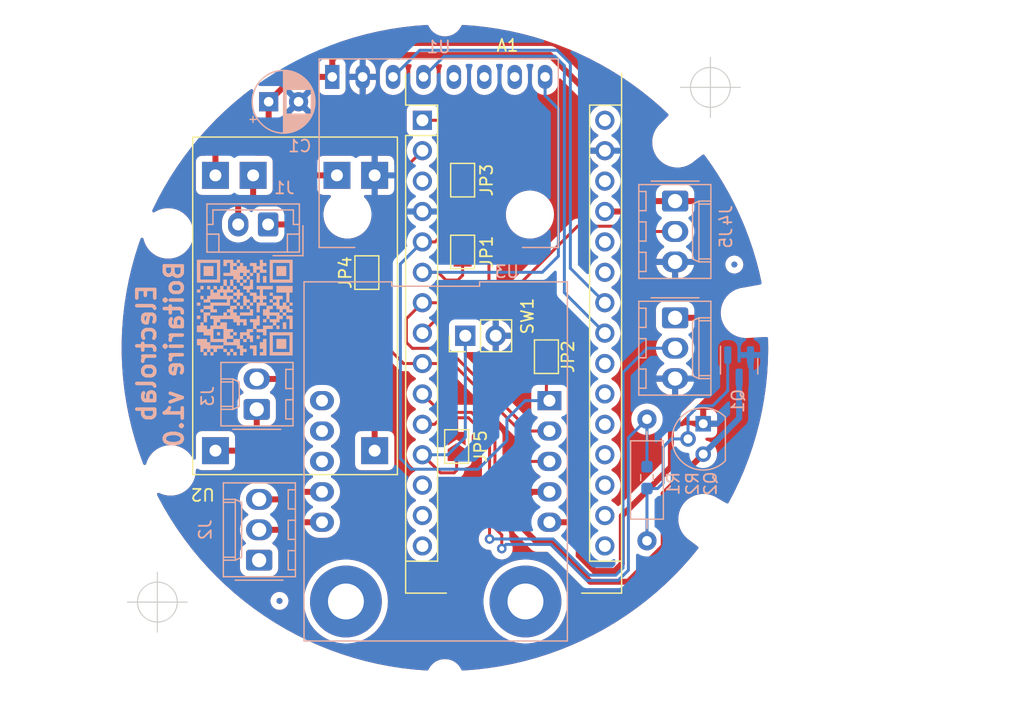
<source format=kicad_pcb>
(kicad_pcb (version 20210606) (generator pcbnew)

  (general
    (thickness 1.6)
  )

  (paper "A4")
  (layers
    (0 "F.Cu" signal)
    (31 "B.Cu" signal)
    (32 "B.Adhes" user "B.Adhesive")
    (33 "F.Adhes" user "F.Adhesive")
    (34 "B.Paste" user)
    (35 "F.Paste" user)
    (36 "B.SilkS" user "B.Silkscreen")
    (37 "F.SilkS" user "F.Silkscreen")
    (38 "B.Mask" user)
    (39 "F.Mask" user)
    (40 "Dwgs.User" user "User.Drawings")
    (41 "Cmts.User" user "User.Comments")
    (42 "Eco1.User" user "User.Eco1")
    (43 "Eco2.User" user "User.Eco2")
    (44 "Edge.Cuts" user)
    (45 "Margin" user)
    (46 "B.CrtYd" user "B.Courtyard")
    (47 "F.CrtYd" user "F.Courtyard")
    (48 "B.Fab" user)
    (49 "F.Fab" user)
    (50 "User.1" user)
    (51 "User.2" user)
    (52 "User.3" user)
    (53 "User.4" user)
    (54 "User.5" user)
    (55 "User.6" user)
    (56 "User.7" user)
    (57 "User.8" user)
    (58 "User.9" user)
  )

  (setup
    (stackup
      (layer "F.SilkS" (type "Top Silk Screen"))
      (layer "F.Paste" (type "Top Solder Paste"))
      (layer "F.Mask" (type "Top Solder Mask") (color "Green") (thickness 0.01))
      (layer "F.Cu" (type "copper") (thickness 0.035))
      (layer "dielectric 1" (type "core") (thickness 1.51) (material "FR4") (epsilon_r 4.5) (loss_tangent 0.02))
      (layer "B.Cu" (type "copper") (thickness 0.035))
      (layer "B.Mask" (type "Bottom Solder Mask") (color "Green") (thickness 0.01))
      (layer "B.Paste" (type "Bottom Solder Paste"))
      (layer "B.SilkS" (type "Bottom Silk Screen"))
      (copper_finish "None")
      (dielectric_constraints no)
    )
    (pad_to_mask_clearance 0)
    (pcbplotparams
      (layerselection 0x0001030_ffffffff)
      (disableapertmacros false)
      (usegerberextensions false)
      (usegerberattributes true)
      (usegerberadvancedattributes true)
      (creategerberjobfile true)
      (svguseinch false)
      (svgprecision 6)
      (excludeedgelayer true)
      (plotframeref false)
      (viasonmask false)
      (mode 1)
      (useauxorigin false)
      (hpglpennumber 1)
      (hpglpenspeed 20)
      (hpglpendiameter 15.000000)
      (dxfpolygonmode true)
      (dxfimperialunits true)
      (dxfusepcbnewfont true)
      (psnegative false)
      (psa4output false)
      (plotreference true)
      (plotvalue true)
      (plotinvisibletext false)
      (sketchpadsonfab false)
      (subtractmaskfromsilk false)
      (outputformat 4)
      (mirror false)
      (drillshape 0)
      (scaleselection 1)
      (outputdirectory "export/")
    )
  )

  (net 0 "")
  (net 1 "Net-(A1-Pad1)")
  (net 2 "unconnected-(A1-Pad17)")
  (net 3 "Net-(A1-Pad2)")
  (net 4 "unconnected-(A1-Pad18)")
  (net 5 "unconnected-(A1-Pad3)")
  (net 6 "unconnected-(A1-Pad19)")
  (net 7 "GND")
  (net 8 "unconnected-(A1-Pad20)")
  (net 9 "/BUSY")
  (net 10 "unconnected-(A1-Pad21)")
  (net 11 "/INT")
  (net 12 "unconnected-(A1-Pad22)")
  (net 13 "/TX")
  (net 14 "/SDA")
  (net 15 "/CAP_SENSOR_2")
  (net 16 "/SCL")
  (net 17 "/RX")
  (net 18 "unconnected-(A1-Pad25)")
  (net 19 "/GND_AUDIO_SW")
  (net 20 "unconnected-(A1-Pad26)")
  (net 21 "/CAP_SENSOR_1")
  (net 22 "VCC")
  (net 23 "/SENSOR_POSITION")
  (net 24 "unconnected-(A1-Pad28)")
  (net 25 "unconnected-(A1-Pad13)")
  (net 26 "unconnected-(A1-Pad14)")
  (net 27 "unconnected-(A1-Pad30)")
  (net 28 "unconnected-(A1-Pad15)")
  (net 29 "unconnected-(A1-Pad16)")
  (net 30 "-BATT")
  (net 31 "+BATT")
  (net 32 "/SP-")
  (net 33 "/SP+")
  (net 34 "+5V")
  (net 35 "GNDPWR")
  (net 36 "/GND_AUDIO")
  (net 37 "unconnected-(U1-Pad5)")
  (net 38 "unconnected-(U1-Pad6)")
  (net 39 "unconnected-(U1-Pad7)")
  (net 40 "unconnected-(U3-Pad8)")
  (net 41 "unconnected-(U3-Pad9)")
  (net 42 "unconnected-(U3-Pad10)")
  (net 43 "unconnected-(U3-PadS1)")
  (net 44 "unconnected-(U3-PadS2)")
  (net 45 "Net-(Q1-Pad1)")
  (net 46 "unconnected-(J2-Pad1)")

  (footprint "boitarire_lib:HW-107" (layer "F.Cu") (at 151.5 65 180))

  (footprint "MountingHole:MountingHole_3.2mm_M3" (layer "F.Cu") (at 141.1 79))

  (footprint "Jumper:SolderJumper-2_P1.3mm_Open_TrianglePad1.0x1.5mm" (layer "F.Cu") (at 172.5 69.5 -90))

  (footprint "Fiducial:Fiducial_0.5mm_Mask1.5mm" (layer "F.Cu") (at 150.2 89.9))

  (footprint "Jumper:SolderJumper-2_P1.3mm_Open_TrianglePad1.0x1.5mm" (layer "F.Cu") (at 165.5 60.75 90))

  (footprint "Fiducial:Fiducial_0.5mm_Mask1.5mm" (layer "F.Cu") (at 188.2 61.8))

  (footprint "Jumper:SolderJumper-2_P1.3mm_Open_TrianglePad1.0x1.5mm" (layer "F.Cu") (at 165.5 54.75 90))

  (footprint "Jumper:SolderJumper-2_P1.3mm_Open_TrianglePad1.0x1.5mm" (layer "F.Cu") (at 165 77 90))

  (footprint "Jumper:SolderJumper-2_P1.3mm_Open_TrianglePad1.0x1.5mm" (layer "F.Cu") (at 157.5 62.475 90))

  (footprint "Connector_PinHeader_2.54mm:PinHeader_1x02_P2.54mm_Vertical" (layer "F.Cu") (at 165.725 67.75 90))

  (footprint "MountingHole:MountingHole_3.2mm_M3" (layer "F.Cu") (at 140.9 59.2))

  (footprint "Module:Arduino_Nano" (layer "F.Cu") (at 162.14 49.75))

  (footprint "boitarire_lib:GY-521" (layer "B.Cu") (at 163.5 46.125))

  (footprint "Connector_Molex:Molex_KK-254_AE-6410-03A_1x03_P2.54mm_Vertical" (layer "B.Cu") (at 183.25 66.25 -90))

  (footprint "Connector_Molex:Molex_KK-254_AE-6410-02A_1x02_P2.54mm_Vertical" (layer "B.Cu") (at 148.3 73.9 90))

  (footprint "Connector_JST:JST_EH_B2B-EH-A_1x02_P2.50mm_Vertical" (layer "B.Cu") (at 149.25 58.45 180))

  (footprint "Connector_Molex:Molex_KK-254_AE-6410-03A_1x03_P2.54mm_Vertical" (layer "B.Cu") (at 148.5 86.5 90))

  (footprint "Package_TO_SOT_THT:TO-92" (layer "B.Cu") (at 185.6 75.1 -90))

  (footprint "Resistor_SMD:R_0603_1608Metric_Pad0.98x0.95mm_HandSolder" (layer "B.Cu") (at 180.9 79.6 -90))

  (footprint "Connector_Molex:Molex_KK-254_AE-6410-03A_1x03_P2.54mm_Vertical" (layer "B.Cu") (at 183.25 56.5 -90))

  (footprint "Capacitor_THT:CP_Radial_D5.0mm_P2.50mm" (layer "B.Cu") (at 149.294888 48.2))

  (footprint "boitarire_lib:DFR0534" (layer "B.Cu") (at 163.25 78.25 -90))

  (footprint "Fiducial:Fiducial_0.5mm_Mask1.5mm" (layer "B.Cu") (at 150.2 89.9 180))

  (footprint "Resistor_THT:R_Axial_DIN0207_L6.3mm_D2.5mm_P10.16mm_Horizontal" (layer "B.Cu") (at 180.9 74.72 -90))

  (footprint "Package_TO_SOT_SMD:SOT-23" (layer "B.Cu") (at 188.6 70.3 -90))

  (footprint "boitarire_lib:qr-code" (layer "B.Cu") (at 147.3 65.4 180))

  (footprint "Fiducial:Fiducial_0.5mm_Mask1.5mm" (layer "B.Cu") (at 188.2 61.8 180))

  (gr_arc (start 164.0209 68.750001) (end 191.10244 63.852031) (angle -27.6648) (layer "Edge.Cuts") (width 0.00031) (tstamp 0771535b-5e86-4820-a6e9-12e0016d9075))
  (gr_arc (start 164.0209 68.750001) (end 187.854698 82.51045) (angle -33) (layer "Edge.Cuts") (width 0.00031) (tstamp 0c9379ea-c660-497b-a63d-914c7c3edee0))
  (gr_arc (start 164.0209 96.270901) (end 165.021494 96.252705) (angle -177.9162) (layer "Edge.Cuts") (width 0.00031) (tstamp 3224ca41-21c1-43e1-9fdd-31ee0670b277))
  (gr_line (start 189.254863 67.427547) (end 191.504071 67.309668) (layer "Edge.Cuts") (width 0.00031) (tstamp 36124aea-a0f0-4a18-a1d3-eb3d7aa0deea))
  (gr_arc (start 164.0209 68.750001) (end 163.020305 41.247297) (angle -175.8328) (layer "Edge.Cuts") (width 0.00031) (tstamp 395de218-b1e2-4bfb-a2b8-e4eaa5460b5a))
  (gr_line (start 187.854699 82.510451) (end 186.425114 81.685124) (layer "Edge.Cuts") (width 0.00031) (tstamp 396d5c09-c203-4f99-81ca-2ef2a4db8c95))
  (gr_arc (start 164.0209 41.229101) (end 163.020306 41.247301) (angle -177.9162) (layer "Edge.Cuts") (width 0.00031) (tstamp 42bb9491-1967-4af9-be51-e73edb8e701c))
  (gr_line (start 185.975873 85.344503) (end 184.659073 84.349147) (layer "Edge.Cuts") (width 0.00031) (tstamp 5315bde5-6382-4849-bdc8-6c92071d596d))
  (gr_arc (start 183.446151 51.589269) (end 182.313921 50.457039) (angle -172.9165) (layer "Edge.Cuts") (width 0.00031) (tstamp 6ec839df-198a-41d7-9889-ee4857330a6d))
  (gr_line (start 185.732388 51.838058) (end 184.430099 52.852429) (layer "Edge.Cuts") (width 0.00031) (tstamp 77c7fcbe-b62f-4cf2-88b4-ea755ad1d9e1))
  (gr_arc (start 189.170999 65.828523) (end 188.886018 64.252871) (angle -172.748) (layer "Edge.Cuts") (width 0.00031) (tstamp 82c68b7e-f877-4350-a173-5c449792fff7))
  (gr_arc (start 164.0209 68.750001) (end 183.481115 49.289786) (angle -42.9164) (layer "Edge.Cuts") (width 0.00031) (tstamp a4db611b-69a8-42c2-ae0d-0ec9a6aaee95))
  (gr_line (start 182.313892 50.457009) (end 183.481078 49.289823) (layer "Edge.Cuts") (width 0.00031) (tstamp bda276b9-5982-457c-b67e-1e157359b412))
  (gr_line (start 188.886083 64.252876) (end 191.102466 63.852012) (layer "Edge.Cuts") (width 0.00031) (tstamp c5770c9c-f953-4ae1-b872-33b9a0d2ae8d))
  (gr_arc (start 164.0209 68.750001) (end 165.021495 96.252705) (angle -50.8329) (layer "Edge.Cuts") (width 0.00031) (tstamp d5d2f683-6a06-4d29-ac46-041cfd766c19))
  (gr_arc (start 185.624506 83.071777) (end 186.425114 81.685083) (angle -172.916) (layer "Edge.Cuts") (width 0.00031) (tstamp fc114ddc-b8c4-4547-b7eb-a5e5101ba8a8))
  (gr_text "Electrolab" (at 139.1 69.2 90) (layer "B.SilkS") (tstamp 278fe4ee-820f-43c7-98d8-16da8c7b9a48)
    (effects (font (size 1.5 1.5) (thickness 0.3)) (justify mirror))
  )
  (gr_text "Boitarire v1.0" (at 141.4 69.3 -270) (layer "B.SilkS") (tstamp a0e2e1b1-52e3-4bf3-8b1e-c60b62b615be)
    (effects (font (size 1.5 1.5) (thickness 0.3)) (justify mirror))
  )
  (target plus (at 140 90) (size 5) (width 0.1) (layer "Edge.Cuts") (tstamp 12a6ff18-ef07-4184-98f8-a6131c79a104))
  (target plus (at 186.2 47) (size 5) (width 0.1) (layer "Edge.Cuts") (tstamp fcc94c36-f8aa-4750-9604-8a5e81a9d9cf))

  (segment (start 165.5 51.1) (end 164.15 49.75) (width 0.25) (layer "F.Cu") (net 1) (tstamp 57c13a52-aaf8-4b76-89cf-06026b679688))
  (segment (start 164.15 49.75) (end 162.14 49.75) (width 0.25) (layer "F.Cu") (net 1) (tstamp 862f08b7-0f46-4efa-974d-f80c33dbca6e))
  (segment (start 165.5 54.025) (end 165.5 51.1) (width 0.25) (layer "F.Cu") (net 1) (tstamp c6c4a031-6182-4c64-aa66-a67993c43034))
  (segment (start 160.1 54.33) (end 162.14 52.29) (width 0.25) (layer "F.Cu") (net 3) (tstamp 0f2ccad9-e699-49f0-bc40-53277732aa90))
  (segment (start 157.5 60.5) (end 160.1 57.9) (width 0.25) (layer "F.Cu") (net 3) (tstamp 2cb29135-e8a2-4b08-89cd-2f31876aed39))
  (segment (start 160.1 57.9) (end 160.1 54.33) (width 0.25) (layer "F.Cu") (net 3) (tstamp 3b0d2cd4-97d6-46cf-a781-12347f18ee90))
  (segment (start 157.5 61.75) (end 157.5 60.5) (width 0.25) (layer "F.Cu") (net 3) (tstamp 779db477-d577-48ba-bd55-2178aefc5e16))
  (segment (start 165.5 60.025) (end 165.5 58.5) (width 0.25) (layer "F.Cu") (net 9) (tstamp 065dc92b-f004-45d3-b53b-e8064470db48))
  (segment (start 163.19 59.91) (end 162.14 59.91) (width 0.25) (layer "F.Cu") (net 9) (tstamp 55173f7a-6b9a-4877-8ad3-ce477d3a10c0))
  (segment (start 172.5 72.92) (end 172.75 73.17) (width 0.25) (layer "F.Cu") (net 9) (tstamp 56bb2100-e65f-4553-8203-d8025676d120))
  (segment (start 163.5 59.6) (end 163.19 59.91) (width 0.25) (layer "F.Cu") (net 9) (tstamp 7f7cde0e-ce6f-4ba5-a63d-3ab5aec6bd4d))
  (segment (start 165.2 58.2) (end 163.9 58.2) (width 0.25) (layer "F.Cu") (net 9) (tstamp b539e521-bf0e-4470-86bc-16ab0cbad67d))
  (segment (start 165.5 58.5) (end 165.2 58.2) (width 0.25) (layer "F.Cu") (net 9) (tstamp bb44fe3e-7dfd-40c7-833d-290d5ea38f62))
  (segment (start 172.5 70.225) (end 172.5 72.92) (width 0.25) (layer "F.Cu") (net 9) (tstamp ce784b1e-769e-4be0-a409-c0209f93f5a6))
  (segment (start 163.9 58.2) (end 163.5 58.6) (width 0.25) (layer "F.Cu") (net 9) (tstamp d7dd6b40-c6fd-4b1e-8cd2-f861de028501))
  (segment (start 163.5 58.6) (end 163.5 59.6) (width 0.25) (layer "F.Cu") (net 9) (tstamp e54a7c8d-de81-40ba-bb01-0b5c4918415c))
  (segment (start 170.73 73.17) (end 172.75 73.17) (width 0.25) (layer "B.Cu") (net 9) (tstamp 30136584-2238-4ce6-b094-44fc47af23ed))
  (segment (start 161.2 78.9) (end 166.8 78.9) (width 0.25) (layer "B.Cu") (net 9) (tstamp 4c00cbf0-5a6f-4edc-9543-4bc0bbf6b2b6))
  (segment (start 169.2 76.5) (end 169.2 74.7) (width 0.25) (layer "B.Cu") (net 9) (tstamp 4dca56f9-7a3b-456b-9865-8ec42cace1a4))
  (segment (start 166.8 78.9) (end 169.2 76.5) (width 0.25) (layer "B.Cu") (net 9) (tstamp a854b223-738f-43a7-a5c8-b5f750cf40fb))
  (segment (start 169.2 74.7) (end 170.73 73.17) (width 0.25) (layer "B.Cu") (net 9) (tstamp aa3ea5ee-bd3a-4241-ad25-5e288deb3d6b))
  (segment (start 162.14 59.91) (end 160.3 61.75) (width 0.25) (layer "B.Cu") (net 9) (tstamp affd43e6-fb37-4814-9c31-bb300f43db47))
  (segment (start 160.3 61.75) (end 160.3 78) (width 0.25) (layer "B.Cu") (net 9) (tstamp cd1d6fb9-8a88-4a01-a974-386780784198))
  (segment (start 160.3 78) (end 161.2 78.9) (width 0.25) (layer "B.Cu") (net 9) (tstamp da7c607e-81ba-4a73-9828-f8e1932f56b4))
  (segment (start 165.5 62.7) (end 165.1 63.1) (width 0.25) (layer "F.Cu") (net 11) (tstamp 1e012710-c1a4-46c8-b704-8008034fecb3))
  (segment (start 163.45 62.45) (end 162.14 62.45) (width 0.25) (layer "F.Cu") (net 11) (tstamp 441a1bfc-3a90-4db3-9ca2-acaf7910690f))
  (segment (start 165.5 61.475) (end 165.5 62.7) (width 0.25) (layer "F.Cu") (net 11) (tstamp 67f169d9-914d-44b4-af3c-6ffb85557a3e))
  (segment (start 164.1 63.1) (end 163.45 62.45) (width 0.25) (layer "F.Cu") (net 11) (tstamp 7b297671-5e54-4763-8cbe-ba1fa1d8edce))
  (segment (start 165.1 63.1) (end 164.1 63.1) (width 0.25) (layer "F.Cu") (net 11) (tstamp 966d2020-e145-4fd3-9d48-eef9fe6bd357))
  (segment (start 173.5 61.1) (end 172.15 62.45) (width 0.25) (layer "B.Cu") (net 11) (tstamp 59bd45b0-2f1a-4678-a8e3-b144573cc1fe))
  (segment (start 173.5 48.8) (end 173.5 61.1) (width 0.25) (layer "B.Cu") (net 11) (tstamp 74f11ede-740d-44cf-bdd0-4d01c7b27443))
  (segment (start 172.39 47.69) (end 173.5 48.8) (width 0.25) (layer "B.Cu") (net 11) (tstamp 94abd6fb-8b7e-424a-8aa7-b59a1d269419))
  (segment (start 172.39 46.125) (end 172.39 47.69) (width 0.25) (layer "B.Cu") (net 11) (tstamp c5f8351f-65d4-4e94-bd13-8476c83b8479))
  (segment (start 172.15 62.45) (end 162.14 62.45) (width 0.25) (layer "B.Cu") (net 11) (tstamp fd8ff827-d8ab-4f0a-a2db-0035a574ea84))
  (segment (start 165.81 64.99) (end 162.14 64.99) (width 0.25) (layer "F.Cu") (net 13) (tstamp 002ddc8a-2dcd-47e5-bac6-ff419e906c3e))
  (segment (start 171.11 75.71) (end 164.8 69.4) (width 0.25) (layer "F.Cu") (net 13) (tstamp 0b923e47-3f29-4ae2-ad00-3b5133888ac7))
  (segment (start 160.8 66.33) (end 162.14 64.99) (width 0.25) (layer "F.Cu") (net 13) (tstamp 44ccfd1f-92db-4ce3-b598-f9e3351efd52))
  (segment (start 163.6 69.4) (end 163 68.8) (width 0.25) (layer "F.Cu") (net 13) (tstamp 50197276-befb-42f2-aee9-c2976dee3403))
  (segment (start 160.8 68.3) (end 160.8 66.33) (width 0.25) (layer "F.Cu") (net 13) (tstamp 6225685e-6e15-467a-a511-23d66c1791d1))
  (segment (start 164.8 69.4) (end 163.6 69.4) (width 0.25) (layer "F.Cu") (net 13) (tstamp 63de9d62-9f65-43ed-80e5-d27a1bbe424c))
  (segment (start 165.5 57) (end 167.7 59.2) (width 0.25) (layer "F.Cu") (net 13) (tstamp 7b9f1bdf-6a0a-4ad3-b9a9-778178e42909))
  (segment (start 163 68.8) (end 161.3 68.8) (width 0.25) (layer "F.Cu") (net 13) (tstamp 897ed4dd-a862-47c0-ac0d-90daca1acab5))
  (segment (start 165.5 55.475) (end 165.5 57) (width 0.25) (layer "F.Cu") (net 13) (tstamp 99073820-8e6c-4f2a-a494-b1dc8444af55))
  (segment (start 167.7 63.1) (end 165.81 64.99) (width 0.25) (layer "F.Cu") (net 13) (tstamp a5f7530c-a571-47b6-84a2-d00dfb42af9c))
  (segment (start 167.7 59.2) (end 167.7 63.1) (width 0.25) (layer "F.Cu") (net 13) (tstamp a9baa2f4-4424-47a5-bfe3-feb292a13a74))
  (segment (start 172.75 75.71) (end 171.11 75.71) (width 0.25) (layer "F.Cu") (net 13) (tstamp d1b78b01-c3b5-45b8-8dc7-84fc09583e29))
  (segment (start 161.3 68.8) (end 160.8 68.3) (width 0.25) (layer "F.Cu") (net 13) (tstamp d818c73a-f3aa-46a4-857b-00eb8f0ef2a6))
  (segment (start 177.38 67.53) (end 174 64.15) (width 0.25) (layer "B.Cu") (net 14) (tstamp a367b837-9c05-48ef-9036-2c934e8deefd))
  (segment (start 174 64.15) (end 174 45.2) (width 0.25) (layer "B.Cu") (net 14) (tstamp ddad0104-21f0-4e29-85af-4414e34a82dd))
  (segment (start 174 45.2) (end 173.2 44.4) (width 0.25) (layer "B.Cu") (net 14) (tstamp e93177f5-2dce-43e7-a9f2-ec3a958e5ca0))
  (segment (start 163.955 44.4) (end 162.23 46.125) (width 0.25) (layer "B.Cu") (net 14) (tstamp ecdcc377-428c-4024-acaa-bf5f481f5e8e))
  (segment (start 173.2 44.4) (end 163.955 44.4) (width 0.25) (layer "B.Cu") (net 14) (tstamp f051b5f5-8497-4588-93d8-7244b316bcbf))
  (segment (start 179.94 59.04) (end 179.5 58.6) (width 0.25) (layer "F.Cu") (net 15) (tstamp 11814792-5227-45aa-8595-52e8591a2dec))
  (segment (start 175.1 58.6) (end 170.3 63.4) (width 0.25) (layer "F.Cu") (net 15) (tstamp 2b9124f1-50e7-438f-bebf-f19a0355456c))
  (segment (start 163.97 65.7) (end 162.14 67.53) (width 0.25) (layer "F.Cu") (net 15) (tstamp 31cdb422-7f8c-473d-b055-f5144bef0800))
  (segment (start 179.5 58.6) (end 175.1 58.6) (width 0.25) (layer "F.Cu") (net 15) (tstamp 3bf1cc53-7c7f-46c9-b819-78eaee2c4234))
  (segment (start 172.5 68.775) (end 172.5 66.3) (width 0.25) (layer "F.Cu") (net 15) (tstamp 42f6d15a-8720-469e-b170-0879acfa1f43))
  (segment (start 166.3 65.7) (end 163.97 65.7) (width 0.25) (layer "F.Cu") (net 15) (tstamp 51db83d9-f4cc-4a7d-8b90-61b2baf044ab))
  (segment (start 171.2 65) (end 170.3 65) (width 0.25) (layer "F.Cu") (net 15) (tstamp 54482451-9f5d-4900-978a-b7fb3b040d86))
  (segment (start 167 65) (end 166.3 65.7) (width 0.25) (layer "F.Cu") (net 15) (tstamp 6567149e-9f08-4e52-a43a-bf9df007c96d))
  (segment (start 170.3 63.4) (end 170.3 65) (width 0.25) (layer "F.Cu") (net 15) (tstamp a335e5bb-0b65-425c-b88b-69987733e1f7))
  (segment (start 172.5 66.3) (end 171.2 65) (width 0.25) (layer "F.Cu") (net 15) (tstamp c814891f-b5c3-42f6-a49b-71665c07e531))
  (segment (start 170.3 65) (end 167 65) (width 0.25) (layer "F.Cu") (net 15) (tstamp df12b927-051e-4d40-bcb4-58d42fc2f897))
  (segment (start 183.25 59.04) (end 179.94 59.04) (width 0.25) (layer "F.Cu") (net 15) (tstamp e74e96a4-5094-426c-9640-3a489662762e))
  (segment (start 174.5 45) (end 173.4 43.9) (width 0.25) (layer "B.Cu") (net 16) (tstamp 099b495b-eb72-4208-b491-c50c4f449fd0))
  (segment (start 173.4 43.9) (end 161.915 43.9) (width 0.25) (layer "B.Cu") (net 16) (tstamp b67a5d25-290a-4252-a9b7-e682b39b21e1))
  (segment (start 177.38 64.99) (end 174.5 62.11) (width 0.25) (layer "B.Cu") (net 16) (tstamp d9a2b80c-dc5f-4760-b55e-fe911d45dbf5))
  (segment (start 161.915 43.9) (end 159.69 46.125) (width 0.25) (layer "B.Cu") (net 16) (tstamp e8848ca5-e769-4140-a08b-05e6d9c77e7d))
  (segment (start 174.5 62.11) (end 174.5 45) (width 0.25) (layer "B.Cu") (net 16) (tstamp f4017f14-3c64-40a7-987f-82c58b56e986))
  (segment (start 170.77 76.17) (end 170.77 77.87) (width 0.25) (layer "F.Cu") (net 17) (tstamp 2e9df481-3ba5-4310-af18-521e87edfa12))
  (segment (start 160.57 70.07) (end 162.14 70.07) (width 0.25) (layer "F.Cu") (net 17) (tstamp 3e548c9f-29c6-4224-9b83-5da945fef1ef))
  (segment (start 162.14 70.07) (end 164.67 70.07) (width 0.25) (layer "F.Cu") (net 17) (tstamp 3fd7046a-977a-4f78-b3d1-bc1317d9764a))
  (segment (start 170.77 77.87) (end 171.15 78.25) (width 0.25) (layer "F.Cu") (net 17) (tstamp 71cfe5f9-e179-469c-bc24-e9e304cca19c))
  (segment (start 157.5 67) (end 160.57 70.07) (width 0.25) (layer "F.Cu") (net 17) (tstamp 823843c5-18d9-4078-a62b-17ccfa0b3021))
  (segment (start 164.67 70.07) (end 170.77 76.17) (width 0.25) (layer "F.Cu") (net 17) (tstamp 8aafa2e3-a54f-4c9e-9c88-2be8a4220d7c))
  (segment (start 171.15 78.25) (end 172.75 78.25) (width 0.25) (layer "F.Cu") (net 17) (tstamp eeed276a-fcf5-4d4d-b37d-acd512342036))
  (segment (start 157.5 63.2) (end 157.5 67) (width 0.25) (layer "F.Cu") (net 17) (tstamp f6ad1a94-a957-4926-b263-b33a2228fc59))
  (segment (start 163.68 74.15) (end 166.23 74.15) (width 0.25) (layer "F.Cu") (net 19) (tstamp 258d0586-7453-4231-b608-e88ed8fb802b))
  (segment (start 166.23 74.15) (end 168.19952 76.11952) (width 0.25) (layer "F.Cu") (net 19) (tstamp 2e2b158a-3ecd-413e-8280-d32ab071707d))
  (segment (start 168.19952 83.81952) (end 168.77 84.39) (width 0.25) (layer "F.Cu") (net 19) (tstamp 36295798-e9a6-4148-a574-587506a42653))
  (segment (start 162.14 72.61) (end 163.68 74.15) (width 0.25) (layer "F.Cu") (net 19) (tstamp 4b063646-6538-43b6-8b22-287f94e30e40))
  (segment (start 168.19952 76.11952) (end 168.19952 83.81952) (width 0.25) (layer "F.Cu") (net 19) (tstamp 4d6c90d0-1525-4d19-b2d4-1bca4b8c6204))
  (segment (start 168.77 84.39) (end 168.77 85.53) (width 0.25) (layer "F.Cu") (net 19) (tstamp aadf48fb-320c-43b9-8fd2-31ea778468dc))
  (via (at 168.77 85.53) (size 0.8) (drill 0.4) (layers "F.Cu" "B.Cu") (net 19) (tstamp c8eb211f-d284-457c-b3aa-503e8b4322cd))
  (segment (start 179.34952 76.27048) (end 179.34952 87.336198) (width 0.25) (layer "B.Cu") (net 19) (tstamp 19914194-5f2b-47e7-8cab-9b39a81ed83f))
  (segment (start 179.34952 87.336198) (end 178.486197 88.19952) (width 0.25) (layer "B.Cu") (net 19) (tstamp 1c432d36-c8e2-4c21-91c6-32b8b5724401))
  (segment (start 180.9 74.72) (end 180.9 78.6875) (width 0.25) (layer "B.Cu") (net 19) (tstamp 6f4acf13-a926-4655-a0a9-1562ec2e41e3))
  (segment (start 180.9 74.72) (end 179.34952 76.27048) (width 0.25) (layer "B.Cu") (net 19) (tstamp 8d6eb1c3-85b8-460e-98b7-201881b49f03))
  (segment (start 175.893803 88.19952) (end 172.873803 85.17952) (width 0.25) (layer "B.Cu") (net 19) (tstamp 9afd5291-55ee-4a38-b7a9-558a7186093c))
  (segment (start 172.873803 85.17952) (end 169.12048 85.17952) (width 0.25) (layer "B.Cu") (net 19) (tstamp ac18f261-97e5-4a71-a0de-11b489c45cc7))
  (segment (start 178.486197 88.19952) (end 175.893803 88.19952) (width 0.25) (layer "B.Cu") (net 19) (tstamp db90c56d-5f98-44ad-9578-cb928d01c44f))
  (segment (start 169.12048 85.17952) (end 168.77 85.53) (width 0.25) (layer "B.Cu") (net 19) (tstamp ff24beda-3fbf-4768-98ba-53dbb8a99bff))
  (segment (start 163.7 74.6) (end 163.15 75.15) (width 0.25) (layer "F.Cu") (net 21) (tstamp 074c7175-bdd2-4fa4-8e32-7a779c5241f1))
  (segment (start 165.98 74.6) (end 167.75 76.37) (width 0.25) (layer "F.Cu") (net 21) (tstamp 1016b684-25fc-4a68-80c5-a2e023bc2e3a))
  (segment (start 163.15 75.15) (end 162.14 75.15) (width 0.25) (layer "F.Cu") (net 21) (tstamp 12ccf950-5492-4193-a0eb-957dc51d0514))
  (segment (start 167.75 76.37) (end 167.75 84.73) (width 0.25) (layer "F.Cu") (net 21) (tstamp 304b7335-5ed5-4f22-81dc-093952e26f4b))
  (segment (start 165 76.275) (end 165 74.6) (width 0.25) (layer "F.Cu") (net 21) (tstamp 61b9e027-c8eb-4fd3-8438-975a5c4ae50c))
  (segment (start 165 74.6) (end 163.7 74.6) (width 0.25) (layer "F.Cu") (net 21) (tstamp 86f53970-0266-4ff5-8ff3-f159d26b5bc0))
  (segment (start 165 74.6) (end 165.98 74.6) (width 0.25) (layer "F.Cu") (net 21) (tstamp eaf68500-fb97-4ab5-88a0-084fc5e24baf))
  (via (at 167.75 84.73) (size 0.8) (drill 0.4) (layers "F.Cu" "B.Cu") (net 21) (tstamp b46074b8-c983-43ac-b045-dcc0a25dbc7e))
  (segment (start 176.08 87.75) (end 178.3 87.75) (width 0.25) (layer "B.Cu") (net 21) (tstamp 47409b40-ecb9-40f3-82de-b6d1fcbc08a0))
  (segment (start 180.92 68.79) (end 183.25 68.79) (width 0.25) (layer "B.Cu") (net 21) (tstamp 640b1b70-9105-4d18-bfaf-21f37ff90e50))
  (segment (start 167.75 84.73) (end 173.06 84.73) (width 0.25) (layer "B.Cu") (net 21) (tstamp a180647c-7208-4955-aca1-2baf321e5394))
  (segment (start 173.06 84.73) (end 176.08 87.75) (width 0.25) (layer "B.Cu") (net 21) (tstamp ddda9d71-d3f0-4982-bdc8-e4e203e76753))
  (segment (start 178.3 87.75) (end 178.9 87.15) (width 0.25) (layer "B.Cu") (net 21) (tstamp eb4cb282-8110-43d8-8dcc-0267479e8522))
  (segment (start 178.9 70.81) (end 180.92 68.79) (width 0.25) (layer "B.Cu") (net 21) (tstamp ef390caf-cebd-438c-9178-9359620003d7))
  (segment (start 178.9 87.15) (end 178.9 70.81) (width 0.25) (layer "B.Cu") (net 21) (tstamp f9a1b6d7-dcbd-4f6a-8fc3-78c686ce51a0))
  (segment (start 145.4 51.8) (end 147.8 51.8) (width 0.5) (layer "F.Cu") (net 22) (tstamp 03314621-13f4-4b01-8f52-61e628a96994))
  (segment (start 177.38 57.37) (end 179.63 57.37) (width 0.5) (layer "F.Cu") (net 22) (tstamp 078d9f8d-5bb9-4da5-85a3-5b0087e021c4))
  (segment (start 183.25 56.5) (end 184.9 56.5) (width 0.5) (layer "F.Cu") (net 22) (tstamp 0c1d1e76-0583-44ab-ab6e-ca3773c88dd5))
  (segment (start 175.2 84) (end 174.53 83.33) (width 0.5) (layer "F.Cu") (net 22) (tstamp 19690c36-2532-4376-a550-b39530d57476))
  (segment (start 154.61 46.125) (end 154.61 44.69) (width 0.5) (layer "F.Cu") (net 22) (tstamp 1c53abaf-6d77-4fec-9316-5fe65e1c0361))
  (segment (start 178.8 82.8) (end 178.8 86.8) (width 0.5) (layer "F.Cu") (net 22) (tstamp 1f2cdafa-cf71-4bee-81c2-f767786daf9e))
  (segment (start 179.5 54.1) (end 180.5 55.1) (width 0.5) (layer "F.Cu") (net 22) (tstamp 26a139ca-2957-46ff-b7fe-177b77b1322b))
  (segment (start 178.2 87.4) (end 176.5 87.4) (width 0.5) (layer "F.Cu") (net 22) (tstamp 2bc89032-06bb-4114-b42f-6557618de968))
  (segment (start 179.5 49.5) (end 179.5 54.1) (width 0.5) (layer "F.Cu") (net 22) (tstamp 2eda8fb5-2b85-439d-94f9-d958e0bbe5e3))
  (segment (start 174.53 83.33) (end 172.75 83.33) (width 0.5) (layer "F.Cu") (net 22) (tstamp 3308e17e-7b0b-4957-a284-5fbb831c9781))
  (segment (start 183.25 66.25) (end 185.45 66.25) (width 0.5) (layer "F.Cu") (net 22) (tstamp 44828453-df7b-4c08-8fad-ab071dfe78f2))
  (segment (start 149.294888 50.305112) (end 149.294888 48.2) (width 0.5) (layer "F.Cu") (net 22) (tstamp 4ddd1a38-27b5-48d2-baf1-c09c33d65ce1))
  (segment (start 178.8 86.8) (end 178.2 87.4) (width 0.5) (layer "F.Cu") (net 22) (tstamp 55df0817-0f6a-400c-9bad-d1865d12c54a))
  (segment (start 144.85 52.35) (end 145.4 51.8) (width 0.5) (layer "F.Cu") (net 22) (tstamp 5e91fa76-7488-4731-b87f-0562a3ef6b10))
  (segment (start 176.5 87.4) (end 175.2 86.1) (width 0.5) (layer "F.Cu") (net 22) (tstamp 824d149f-6da8-48d3-a86b-1e504e24a936))
  (segment (start 154.61 44.69) (end 155 44.3) (width 0.5) (layer "F.Cu") (net 22) (tstamp 86648bd8-d3dd-41b4-9e84-913284fa0dab))
  (segment (start 185.5 72.1) (end 183.95 73.65) (width 0.5) (layer "F.Cu") (net 22) (tstamp 8bffa156-b7da-4e4c-b5f9-db16a061be37))
  (segment (start 151.369888 46.125) (end 154.61 46.125) (width 0.5) (layer "F.Cu") (net 22) (tstamp 980556e2-24dc-4a9b-a2f2-f2ea71ea80c7))
  (segment (start 184.9 56.5) (end 185.5 57.1) (width 0.5) (layer "F.Cu") (net 22) (tstamp a0e44335-c1cd-4cbe-9b44-525257e4eced))
  (segment (start 147.8 51.8) (end 149.294888 50.305112) (width 0.5) (layer "F.Cu") (net 22) (tstamp a4c806de-8a9c-42a3-9438-757615483548))
  (segment (start 176 47.5) (end 177.5 47.5) (width 0.5) (layer "F.Cu") (net 22) (tstamp ab5d2910-460c-4470-ae34-20e4af3638c3))
  (segment (start 155 44.3) (end 172.8 44.3) (width 0.5) (layer "F.Cu") (net 22) (tstamp ae1bd434-e0d7-40c7-894b-1b29c593518c))
  (segment (start 179.3 82.3) (end 178.8 82.8) (width 0.5) (layer "F.Cu") (net 22) (tstamp af6428bc-ac09-4e30-bba4-d8b500b7a741))
  (segment (start 182.9 74.7) (end 182.9 78.7) (width 0.5) (layer "F.Cu") (net 22) (tstamp bca6c8ce-edfd-44f8-b029-e875b33b6d85))
  (segment (start 172.8 44.3) (end 176 47.5) (width 0.5) (layer "F.Cu") (net 22) (tstamp bf8e6fb6-dd08-472d-a9d0-756e97fc5f63))
  (segment (start 182.9 78.7) (end 179.3 82.3) (width 0.5) (layer "F.Cu") (net 22) (tstamp cf8ff3b2-4c1d-40c9-9ccc-d09a288bc483))
  (segment (start 175.2 86.1) (end 175.2 84) (width 0.5) (layer "F.Cu") (net 22) (tstamp d5881b4d-6aac-4ef2-b471-24941ec2dbef))
  (segment (start 180.5 56.5) (end 183.25 56.5) (width 0.5) (layer "F.Cu") (net 22) (tstamp d801af6b-dc11-4f18-a53b-73a7e7511827))
  (segment (start 185.5 66.2) (end 185.5 72.1) (width 0.5) (layer "F.Cu") (net 22) (tstamp dd95a381-08c0-4039-be96-3ddf0cfb213c))
  (segment (start 179.63 57.37) (end 180.5 56.5) (width 0.5) (layer "F.Cu") (net 22) (tstamp dddf2b9f-a002-4bd4-a01b-0ca247bd255e))
  (segment (start 183.95 73.65) (end 182.9 74.7) (width 0.5) (layer "F.Cu") (net 22) (tstamp e3e55455-a785-4cf7-a634-941926e3635f))
  (segment (start 185.45 66.25) (end 185.5 66.2) (width 0.5) (layer "F.Cu") (net 22) (tstamp e88e6e8b-387b-4c93-9fb7-d3923d993f48))
  (segment (start 149.294888 48.2) (end 151.369888 46.125) (width 0.5) (layer "F.Cu") (net 22) (tstamp eb551737-c0be-4a52-9050-dd6eca533a94))
  (segment (start 180.5 55.1) (end 180.5 56.5) (width 0.5) (layer "F.Cu") (net 22) (tstamp f0687548-14dd-41e3-bb9d-4c7f2a93301d))
  (segment (start 144.85 54.35) (end 144.85 52.35) (width 0.5) (layer "F.Cu") (net 22) (tstamp f0797df9-5811-4c41-adba-23ecbbd29032))
  (segment (start 177.5 47.5) (end 179.5 49.5) (width 0.5) (layer "F.Cu") (net 22) (tstamp f4d3319b-a6ae-4aa8-9f40-b64915c0450a))
  (segment (start 185.5 57.1) (end 185.5 66.2) (width 0.5) (layer "F.Cu") (net 22) (tstamp f93b5f6c-0a34-4b7a-b137-62ad1d9a7449))
  (segment (start 165 77.725) (end 165 79) (width 0.25) (layer "F.Cu") (net 23) (tstamp 47197d15-ab99-495e-ab32-c75bcd47bef5))
  (segment (start 164.8 79.2) (end 163.65 79.2) (width 0.25) (layer "F.Cu") (net 23) (tstamp 5e320c37-0e6a-4e9d-b089-0db049b98275))
  (segment (start 165 79) (end 164.8 79.2) (width 0.25) (layer "F.Cu") (net 23) (tstamp 66abaf3c-c04b-40a0-9c52-768c910d489e))
  (segment (start 163.65 79.2) (end 162.14 77.69) (width 0.25) (layer "F.Cu") (net 23) (tstamp e85e6118-5fac-416d-8594-66a60d0b0fd2))
  (segment (start 165.725 67.75) (end 165.725 76.225) (width 0.25) (layer "B.Cu") (net 23) (tstamp 47a5eb30-410b-43c4-9345-f5fc55c41cda))
  (segment (start 165.725 76.225) (end 164.26 77.69) (width 0.25) (layer "B.Cu") (net 23) (tstamp 5dc10f71-8f03-4772-97f1-7e485fc7dd90))
  (segment (start 164.26 77.69) (end 162.14 77.69) (width 0.25) (layer "B.Cu") (net 23) (tstamp b12a44a6-9e67-4864-a910-03bbfc697bad))
  (segment (start 152 55.25) (end 152.9 54.35) (width 0.5) (layer "F.Cu") (net 30) (tstamp 3305a80e-a4bf-4056-bc79-3e2bc38b369c))
  (segment (start 151.05 58.45) (end 152 57.5) (width 0.5) (layer "F.Cu") (net 30) (tstamp 3d375ff2-e0a6-4945-8542-d4826a73ff2c))
  (segment (start 152 57.5) (end 152 55.25) (width 0.5) (layer "F.Cu") (net 30) (tstamp ba84bd55-cdfe-4036-be9d-510986c16111))
  (segment (start 149.25 58.45) (end 151.05 58.45) (width 0.5) (layer "F.Cu") (net 30) (tstamp d079615e-89b7-48f9-8591-ebbec5435e49))
  (segment (start 152.9 54.35) (end 155 54.35) (width 0.5) (layer "F.Cu") (net 30) (tstamp ef5ffc1f-619a-474f-937a-3dbd8f8577d3))
  (segment (start 147.75 56.5) (end 147 56.5) (width 0.5) (layer "F.Cu") (net 31) (tstamp 10432fa2-2abd-44c7-a675-49a425a1caa0))
  (segment (start 146.75 56.75) (end 146.75 58.45) (width 0.5) (layer "F.Cu") (net 31) (tstamp 43ae0c46-b51f-4835-bb3e-be7b0fb465bc))
  (segment (start 148 56.25) (end 147.75 56.5) (width 0.5) (layer "F.Cu") (net 31) (tstamp 491df80a-a69f-48e8-8c6a-67d9129f61e6))
  (segment (start 147 56.5) (end 146.75 56.75) (width 0.5) (layer "F.Cu") (net 31) (tstamp cb1b24e7-bd2a-4889-9d2f-3ff6b0e9718f))
  (segment (start 148 54.35) (end 148 56.25) (width 0.5) (layer "F.Cu") (net 31) (tstamp f0058139-692f-48f4-abbe-8fb26cf7fe3b))
  (segment (start 151.04 83.96) (end 151.67 83.33) (width 0.5) (layer "F.Cu") (net 32) (tstamp 171a1ed9-3250-4922-b450-2e47366ab09e))
  (segment (start 148.5 83.96) (end 148.5 83.75) (width 0.5) (layer "F.Cu") (net 32) (tstamp 28e8f296-13eb-41cd-b56d-37a672c4682e))
  (segment (start 148.5 83.96) (end 151.04 83.96) (width 0.5) (layer "F.Cu") (net 32) (tstamp 6f7589e5-6d38-47bd-95c8-1c9aceb51533))
  (segment (start 151.67 83.33) (end 153.75 83.33) (width 0.5) (layer "F.Cu") (net 32) (tstamp 96b3b7fd-9c6a-4896-902c-ccd8d3c40899))
  (segment (start 153.75 80.79) (end 151.71 80.79) (width 0.5) (layer "F.Cu") (net 33) (tstamp 10974255-0d42-4922-8f75-1b6ff45fc360))
  (segment (start 151.08 81.42) (end 148.5 81.42) (width 0.5) (layer "F.Cu") (net 33) (tstamp 110eef9e-bb74-466d-99ab-06772e23af56))
  (segment (start 151.71 80.79) (end 151.08 81.42) (width 0.5) (layer "F.Cu") (net 33) (tstamp f8c9b8dc-2578-4010-b921-197d9010f763))
  (segment (start 147.45 77.35) (end 148.3 76.5) (width 0.5) (layer "F.Cu") (net 34) (tstamp 0d0ed9d8-5fc5-4aed-ac7b-8edea5bb8142))
  (segment (start 148.3 76.5) (end 148.3 73.9) (width 0.5) (layer "F.Cu") (net 34) (tstamp 2ea57edc-650e-4372-a12a-cc6e5b353be0))
  (segment (start 144.85 77.35) (end 147.45 77.35) (width 0.5) (layer "F.Cu") (net 34) (tstamp a86c37ec-4ca4-41b6-ac9e-c623b6a3a20f))
  (segment (start 156.36 71.36) (end 158.15 73.15) (width 0.5) (layer "F.Cu") (net 35) (tstamp 3dd33237-15a7-4e71-bda5-6f59758802a3))
  (segment (start 148.3 71.36) (end 156.36 71.36) (width 0.5) (layer "F.Cu") (net 35) (tstamp a88137c1-5d83-4368-b924-22a30964ee9f))
  (segment (start 158.15 73.15) (end 158.15 77.35) (width 0.5) (layer "F.Cu") (net 35) (tstamp f51d24ea-5c28-466c-acd1-f9e1c33b8c98))
  (segment (start 179.329277 88.3) (end 182.3 85.329277) (width 0.5) (layer "F.Cu") (net 36) (tstamp 14ab5e80-1a9c-4ea3-99a7-1d25d5ce4e4e))
  (segment (start 182.3 85.329277) (end 182.3 80.94) (width 0.5) (layer "F.Cu") (net 36) (tstamp 1f6ba1a9-cb33-47ec-b32f-056fc27f2c05))
  (segment (start 170.5 81.6) (end 170.5 83.8) (width 0.5) (layer "F.Cu") (net 36) (tstamp 2adf69a4-ab59-459d-a1a7-684462dfd9c6))
  (segment (start 170.5 83.8) (end 171.74 85.04) (width 0.5) (layer "F.Cu") (net 36) (tstamp 47d99880-d7ae-4f15-b883-243589cae768))
  (segment (start 172.75 80.79) (end 171.31 80.79) (width 0.5) (layer "F.Cu") (net 36) (tstamp 5cbb6758-1d55-4374-85c4-ba976670c94f))
  (segment (start 182.3 80.94) (end 185.6 77.64) (width 0.5) (layer "F.Cu") (net 36) (tstamp 8fb08ddc-a4b3-41c9-b24b-e388aa20330f))
  (segment (start 176.17 88.3) (end 179.329277 88.3) (width 0.5) (layer "F.Cu") (net 36) (tstamp 93ab4a70-8912-486c-a57f-c46f4b87b966))
  (segment (start 171.74 85.04) (end 172.91 85.04) (width 0.5) (layer "F.Cu") (net 36) (tstamp 97c07e09-547c-4999-b74f-5af57a805bed))
  (segment (start 172.91 85.04) (end 176.17 88.3) (width 0.5) (layer "F.Cu") (net 36) (tstamp a2fc4e7e-a899-4747-a1cc-dd9f6c8ab360))
  (segment (start 171.31 80.79) (end 170.5 81.6) (width 0.5) (layer "F.Cu") (net 36) (tstamp ca3e151c-ab17-4a2a-a1d5-5db171c138f5))
  (segment (start 185.6 77.64) (end 188.6 74.64) (width 0.5) (layer "B.Cu") (net 36) (tstamp 60c506c8-fdbf-4775-a65c-d7bae34c7270))
  (segment (start 188.6 74.64) (end 188.6 71.2375) (width 0.5) (layer "B.Cu") (net 36) (tstamp f97f9f4d-0d56-4119-944d-dbff27d3652f))
  (segment (start 184.33 74.48588) (end 185.21588 73.6) (width 0.25) (layer "B.Cu") (net 45) (tstamp 11538c91-0bbd-4182-b0bb-3646f8c393c5))
  (segment (start 186.4 73.6) (end 187.65 72.35) (width 0.25) (layer "B.Cu") (net 45) (tstamp 1367231d-b6b2-451e-bbbe-83a82d85c13c))
  (segment (start 185.21588 73.6) (end 186.4 73.6) (width 0.25) (layer "B.Cu") (net 45) (tstamp 19a47d36-4bda-4a9b-bd47-65900701d211))
  (segment (start 182.93 76.37) (end 182.25 77.05) (width 0.25) (layer "B.Cu") (net 45) (tstamp 3c418c49-dc7f-46ee-8f71-9b4d2449b85d))
  (segment (start 184.33 76.37) (end 182.93 76.37) (width 0.25) (layer "B.Cu") (net 45) (tstamp 458b555f-1fa9-4131-97cf-71021fce8637))
  (segment (start 180.9 82.5) (end 180.9 84.88) (width 0.25) (layer "B.Cu") (net 45) (tstamp 4e4579cf-c027-4b94-9789-1c0cca1b624e))
  (segment (start 184.33 76.37) (end 184.33 74.48588) (width 0.25) (layer "B.Cu") (net 45) (tstamp 5b98ae13-a077-4310-84b9-241c6b246e4c))
  (segment (start 180.9 80.5125) (end 180.9 82.5) (width 0.25) (layer "B.Cu") (net 45) (tstamp 5ea85c30-ca66-4995-93b2-c1b2545b1f97))
  (segment (start 182.25 80.05) (end 181.7875 80.5125) (width 0.25) (layer "B.Cu") (net 45) (tstamp 83488068-8df0-4b94-8759-86518394d6e6))
  (segment (start 182.25 77.05) (end 182.25 80.05) (width 0.25) (layer "B.Cu") (net 45) (tstamp a8c7029f-5495-49e0-8989-b11a9680a54b))
  (segment (start 187.65 72.35) (end 187.65 69.3625) (width 0.25) (layer "B.Cu") (net 45) (tstamp d60102ca-69f5-447d-b4ce-03d4fd0c9607))
  (segment (start 181.7875 80.5125) (end 180.9 80.5125) (width 0.25) (layer "B.Cu") (net 45) (tstamp fcb988a3-8c61-48ac-846a-6cc67ccf7605))

  (zone (net 7) (net_name "GND") (layers F&B.Cu) (tstamp ceaa5c83-8f08-4578-a67d-b0ca504b6221) (hatch edge 0.508)
    (priority 50)
    (connect_pads (clearance 0.508))
    (min_thickness 0.254) (filled_areas_thickness no)
    (fill yes (thermal_gap 0.508) (thermal_bridge_width 0.508))
    (polygon
      (pts
        (xy 200.1 100)
        (xy 130 100)
        (xy 130 40)
        (xy 200 39.7)
      )
    )
    (filled_polygon
      (layer "F.Cu")
      (pts
        (xy 165.514894 41.783583)
        (xy 166.447508 41.852551)
        (xy 166.514376 41.857496)
        (xy 166.519074 41.857932)
        (xy 167.519568 41.969718)
        (xy 167.524247 41.97033)
        (xy 168.022038 42.044913)
        (xy 168.519834 42.119496)
        (xy 168.524476 42.12028)
        (xy 168.733133 42.159581)
        (xy 169.513803 42.306623)
        (xy 169.518423 42.307583)
        (xy 170.500082 42.530839)
        (xy 170.504663 42.531972)
        (xy 171.034508 42.673532)
        (xy 171.477259 42.791823)
        (xy 171.481764 42.793118)
        (xy 172.443987 43.089216)
        (xy 172.448431 43.090676)
        (xy 173.372378 43.413335)
        (xy 173.398877 43.422589)
        (xy 173.403302 43.424228)
        (xy 174.340615 43.791481)
        (xy 174.344976 43.793284)
        (xy 175.267911 44.195389)
        (xy 175.2722 44.197354)
        (xy 176.179419 44.633727)
        (xy 176.183633 44.635852)
        (xy 177.073875 45.105888)
        (xy 177.078005 45.108169)
        (xy 177.950031 45.611212)
        (xy 177.954061 45.613638)
        (xy 178.05272 45.675587)
        (xy 178.806654 46.14899)
        (xy 178.810602 46.151574)
        (xy 179.642508 46.718442)
        (xy 179.646355 46.721169)
        (xy 180.188281 47.120956)
        (xy 180.456494 47.318821)
        (xy 180.460238 47.321693)
        (xy 181.247408 47.94924)
        (xy 181.251042 47.95225)
        (xy 181.607182 48.258669)
        (xy 181.962685 48.564539)
        (xy 182.014166 48.608833)
        (xy 182.017675 48.611968)
        (xy 182.659857 49.207764)
        (xy 182.69619 49.268758)
        (xy 182.693781 49.339713)
        (xy 182.663254 49.389227)
        (xy 182.00406 50.048421)
        (xy 181.995461 50.055292)
        (xy 181.995862 50.055764)
        (xy 181.989031 50.061578)
        (xy 181.981435 50.06637)
        (xy 181.975491 50.0731)
        (xy 181.97549 50.073101)
        (xy 181.966695 50.083059)
        (xy 181.952431 50.095549)
        (xy 181.951175 50.094293)
        (xy 181.837281 50.217612)
        (xy 181.640575 50.489359)
        (xy 181.58985 50.589786)
        (xy 181.5042 50.759358)
        (xy 181.489329 50.788799)
        (xy 181.487808 50.793565)
        (xy 181.487807 50.793568)
        (xy 181.440141 50.942949)
        (xy 181.38735 51.108392)
        (xy 181.386602 51.113339)
        (xy 181.386601 51.113344)
        (xy 181.34106 51.414594)
        (xy 181.337205 51.440093)
        (xy 181.340158 51.775548)
        (xy 181.340992 51.780475)
        (xy 181.340992 51.780477)
        (xy 181.35035 51.835775)
        (xy 181.396134 52.106315)
        (xy 181.503724 52.424063)
        (xy 181.506058 52.428489)
        (xy 181.50606 52.428493)
        (xy 181.650534 52.702432)
        (xy 181.660218 52.720794)
        (xy 181.663224 52.724797)
        (xy 181.663225 52.724798)
        (xy 181.83655 52.955579)
        (xy 181.861677 52.989036)
        (xy 181.865276 52.99251)
        (xy 181.86528 52.992515)
        (xy 181.956243 53.08033)
        (xy 182.103029 53.222036)
        (xy 182.107128 53.224894)
        (xy 182.107131 53.224897)
        (xy 182.374085 53.411061)
        (xy 182.37409 53.411064)
        (xy 182.378197 53.413928)
        (xy 182.382711 53.416109)
        (xy 182.675744 53.557701)
        (xy 182.675752 53.557704)
        (xy 182.680253 53.559879)
        (xy 182.685041 53.561314)
        (xy 182.685045 53.561316)
        (xy 182.9968 53.65478)
        (xy 182.996804 53.654781)
        (xy 183.001591 53.656216)
        (xy 183.1415 53.674854)
        (xy 183.329166 53.699854)
        (xy 183.329172 53.699854)
        (xy 183.334124 53.700514)
        (xy 183.339124 53.700382)
        (xy 183.339126 53.700382)
        (xy 183.462168 53.697132)
        (xy 183.669476 53.691656)
        (xy 183.674394 53.690734)
        (xy 183.674398 53.690734)
        (xy 183.860824 53.655798)
        (xy 183.999205 53.629866)
        (xy 184.06932 53.604741)
        (xy 184.310295 53.51839)
        (xy 184.3103 53.518388)
        (xy 184.31501 53.5167)
        (xy 184.477116 53.427524)
        (xy 184.605652 53.356815)
        (xy 184.605655 53.356813)
        (xy 184.60894 53.355006)
        (xy 184.745363 53.257188)
        (xy 184.744734 53.25638)
        (xy 184.750156 53.251878)
        (xy 184.757806 53.247181)
        (xy 184.769141 53.234658)
        (xy 184.785122 53.219817)
        (xy 184.815303 53.196309)
        (xy 185.213872 52.885858)
        (xy 185.53278 52.637456)
        (xy 185.598813 52.611376)
        (xy 185.668463 52.625136)
        (xy 185.712416 52.663176)
        (xy 185.779204 52.755819)
        (xy 186.217357 53.363592)
        (xy 186.220023 53.367438)
        (xy 186.473137 53.747535)
        (xy 186.753626 54.168741)
        (xy 186.773404 54.198442)
        (xy 186.775919 54.202376)
        (xy 187.282222 55.027543)
        (xy 187.298061 55.053357)
        (xy 187.30043 55.057385)
        (xy 187.781349 55.910728)
        (xy 187.790595 55.927135)
        (xy 187.792813 55.931247)
        (xy 188.218074 56.756016)
        (xy 188.250357 56.818627)
        (xy 188.252423 56.822824)
        (xy 188.25502 56.828354)
        (xy 188.676704 57.726589)
        (xy 188.678613 57.730861)
        (xy 189.069024 58.649717)
        (xy 189.070773 58.654055)
        (xy 189.297767 59.248741)
        (xy 189.426813 59.586822)
        (xy 189.428399 59.591222)
        (xy 189.746797 60.52844)
        (xy 189.749542 60.536521)
        (xy 189.750962 60.54097)
        (xy 189.902115 61.046846)
        (xy 190.036792 61.497579)
        (xy 190.038048 61.502087)
        (xy 190.288155 62.468636)
        (xy 190.289243 62.473187)
        (xy 190.357783 62.785448)
        (xy 190.474112 63.315434)
        (xy 190.474362 63.316574)
        (xy 190.46943 63.387399)
        (xy 190.426989 63.444314)
        (xy 190.373719 63.467574)
        (xy 188.852613 63.742687)
        (xy 188.829423 63.744697)
        (xy 188.816396 63.744617)
        (xy 188.80777 63.747082)
        (xy 188.798872 63.748301)
        (xy 188.798813 63.747868)
        (xy 188.794776 63.748401)
        (xy 188.794715 63.748062)
        (xy 188.790855 63.748919)
        (xy 188.790851 63.74892)
        (xy 188.712438 63.76634)
        (xy 188.631003 63.784431)
        (xy 188.627461 63.785674)
        (xy 188.627459 63.785675)
        (xy 188.509343 63.82714)
        (xy 188.31478 63.895443)
        (xy 188.310384 63.897823)
        (xy 188.310385 63.897823)
        (xy 188.024471 64.052648)
        (xy 188.024468 64.05265)
        (xy 188.020071 64.055031)
        (xy 188.016105 64.058078)
        (xy 188.016104 64.058078)
        (xy 187.778608 64.2405)
        (xy 187.754284 64.259183)
        (xy 187.750848 64.262819)
        (xy 187.652838 64.366535)
        (xy 187.524097 64.50277)
        (xy 187.452696 64.607487)
        (xy 187.347401 64.761913)
        (xy 187.335293 64.77967)
        (xy 187.333168 64.784187)
        (xy 187.333165 64.784192)
        (xy 187.254532 64.951326)
        (xy 187.192617 65.082927)
        (xy 187.191233 65.087721)
        (xy 187.191231 65.087726)
        (xy 187.15206 65.223402)
        (xy 187.099654 65.404919)
        (xy 187.058741 65.737556)
        (xy 187.070905 66.072477)
        (xy 187.071874 66.077381)
        (xy 187.071874 66.077385)
        (xy 187.123024 66.336379)
        (xy 187.13584 66.40127)
        (xy 187.251916 66.71567)
        (xy 187.416215 67.007778)
        (xy 187.624609 67.270253)
        (xy 187.87186 67.4965)
        (xy 187.876024 67.499242)
        (xy 187.87603 67.499247)
        (xy 188.147584 67.678086)
        (xy 188.147589 67.678089)
        (xy 188.151756 67.680833)
        (xy 188.457264 67.818621)
        (xy 188.674372 67.877543)
        (xy 188.775873 67.90509)
        (xy 188.775875 67.90509)
        (xy 188.780708 67.906402)
        (xy 188.785687 67.906933)
        (xy 188.78569 67.906934)
        (xy 189.110219 67.94157)
        (xy 189.11022 67.94157)
        (xy 189.113958 67.941969)
        (xy 189.200855 67.940867)
        (xy 189.270714 67.939981)
        (xy 189.270716 67.939981)
        (xy 189.281648 67.939842)
        (xy 189.281575 67.938451)
        (xy 189.297341 67.936229)
        (xy 189.309233 67.936447)
        (xy 189.309237 67.936447)
        (xy 189.318208 67.936611)
        (xy 189.326868 67.93425)
        (xy 189.335776 67.93314)
        (xy 189.335805 67.933371)
        (xy 189.348448 67.931339)
        (xy 190.374926 67.877543)
        (xy 190.88305 67.850913)
        (xy 190.952124 67.867322)
        (xy 191.001361 67.918471)
        (xy 191.015632 67.97498)
        (xy 191.016899 68.065717)
        (xy 191.028395 68.889012)
        (xy 191.028369 68.893849)
        (xy 191.003153 69.925647)
        (xy 191.002942 69.930481)
        (xy 190.938134 70.960564)
        (xy 190.937738 70.965385)
        (xy 190.833435 71.992231)
        (xy 190.832854 71.997034)
        (xy 190.68921 73.019118)
        (xy 190.688445 73.023895)
        (xy 190.50567 74.039714)
        (xy 190.504722 74.044458)
        (xy 190.412766 74.4627)
        (xy 190.283917 75.048741)
        (xy 190.283085 75.052523)
        (xy 190.281958 75.057216)
        (xy 190.107836 75.725677)
        (xy 190.021791 76.056008)
        (xy 190.020482 76.060665)
        (xy 189.725634 77.037254)
        (xy 189.722166 77.04874)
        (xy 189.720686 77.053322)
        (xy 189.387512 78.02093)
        (xy 189.384655 78.029227)
        (xy 189.382999 78.033752)
        (xy 189.009744 78.996064)
        (xy 189.007913 79.000528)
        (xy 188.647427 79.833562)
        (xy 188.598004 79.947771)
        (xy 188.595998 79.952173)
        (xy 188.150057 80.882924)
        (xy 188.150027 80.882986)
        (xy 188.147863 80.887289)
        (xy 187.721523 81.695914)
        (xy 187.672059 81.746843)
        (xy 187.602913 81.762946)
        (xy 187.547069 81.74627)
        (xy 187.353124 81.634302)
        (xy 186.696473 81.255204)
        (xy 186.680075 81.243478)
        (xy 186.681614 81.240812)
        (xy 186.533019 81.162716)
        (xy 186.418727 81.119074)
        (xy 186.22431 81.044837)
        (xy 186.224309 81.044837)
        (xy 186.219622 81.043047)
        (xy 185.891241 80.974454)
        (xy 185.556144 80.958667)
        (xy 185.551172 80.959225)
        (xy 185.551171 80.959225)
        (xy 185.227738 80.995523)
        (xy 185.227735 80.995524)
        (xy 185.222768 80.996081)
        (xy 184.899507 81.085754)
        (xy 184.845389 81.110537)
        (xy 184.599048 81.223347)
        (xy 184.599045 81.223349)
        (xy 184.5945 81.22543)
        (xy 184.315424 81.411592)
        (xy 184.311761 81.414985)
        (xy 184.311757 81.414988)
        (xy 184.072979 81.636151)
        (xy 184.072974 81.636157)
        (xy 184.069308 81.639552)
        (xy 183.862347 81.903571)
        (xy 183.859923 81.907945)
        (xy 183.859922 81.907947)
        (xy 183.70226 82.192476)
        (xy 183.699752 82.197002)
        (xy 183.698051 82.201704)
        (xy 183.698048 82.20171)
        (xy 183.622018 82.411846)
        (xy 183.585616 82.512457)
        (xy 183.544628 82.727534)
        (xy 183.524418 82.833581)
        (xy 183.522814 82.841995)
        (xy 183.522666 82.847006)
        (xy 183.522666 82.847008)
        (xy 183.521671 82.880757)
        (xy 183.512926 83.177318)
        (xy 183.513572 83.182283)
        (xy 183.513572 83.182286)
        (xy 183.531566 83.32061)
        (xy 183.556201 83.509982)
        (xy 183.557622 83.514776)
        (xy 183.557623 83.51478)
        (xy 183.587127 83.614302)
        (xy 183.65155 83.831616)
        (xy 183.653716 83.836134)
        (xy 183.794406 84.129601)
        (xy 183.794409 84.129606)
        (xy 183.796572 84.134118)
        (xy 183.799423 84.138233)
        (xy 183.799424 84.138235)
        (xy 183.846937 84.206815)
        (xy 183.987617 84.409874)
        (xy 183.991082 84.413485)
        (xy 183.991085 84.413489)
        (xy 184.123077 84.551056)
        (xy 184.219873 84.65194)
        (xy 184.250055 84.676696)
        (xy 184.335657 84.746909)
        (xy 184.335659 84.74691)
        (xy 184.349665 84.758398)
        (xy 184.351868 84.755482)
        (xy 184.357669 84.758608)
        (xy 184.359974 84.760143)
        (xy 184.366104 84.764494)
        (xy 184.61396 84.951846)
        (xy 185.152265 85.358746)
        (xy 185.194547 85.415779)
        (xy 185.199281 85.486618)
        (xy 185.173801 85.539055)
        (xy 184.89292 85.882302)
        (xy 184.590385 86.252012)
        (xy 184.587235 86.255713)
        (xy 184.279458 86.603545)
        (xy 183.954865 86.970383)
        (xy 183.900137 87.032233)
        (xy 183.896847 87.03581)
        (xy 183.180305 87.785264)
        (xy 183.176879 87.788712)
        (xy 182.431956 88.509988)
        (xy 182.4284 88.5133)
        (xy 182.003317 88.894249)
        (xy 181.871605 89.012286)
        (xy 181.656238 89.205292)
        (xy 181.65259 89.208437)
        (xy 180.854252 89.87019)
        (xy 180.850473 89.8732)
        (xy 180.616743 90.052195)
        (xy 180.027245 90.503644)
        (xy 180.023363 90.5065)
        (xy 179.699247 90.73544)
        (xy 179.176443 91.104722)
        (xy 179.17242 91.107449)
        (xy 178.827654 91.33156)
        (xy 178.303065 91.672563)
        (xy 178.298964 91.675117)
        (xy 177.944863 91.886332)
        (xy 177.408439 92.206298)
        (xy 177.404218 92.208706)
        (xy 176.493931 92.705116)
        (xy 176.48962 92.707361)
        (xy 175.560799 93.16833)
        (xy 175.556443 93.170388)
        (xy 175.039045 93.402752)
        (xy 174.610553 93.595188)
        (xy 174.606082 93.597093)
        (xy 173.644533 93.98509)
        (xy 173.639992 93.986821)
        (xy 173.258742 94.123814)
        (xy 172.664185 94.337454)
        (xy 172.659618 94.338996)
        (xy 172.092497 94.518401)
        (xy 171.671007 94.651737)
        (xy 171.666346 94.653113)
        (xy 170.666447 94.927486)
        (xy 170.661736 94.928682)
        (xy 169.977406 95.088362)
        (xy 169.651964 95.1643)
        (xy 169.647236 95.165307)
        (xy 168.62912 95.36181)
        (xy 168.62436 95.362634)
        (xy 167.599406 95.51973)
        (xy 167.594621 95.520369)
        (xy 167.119174 95.574572)
        (xy 166.564408 95.637817)
        (xy 166.55957 95.638274)
        (xy 165.91367 95.686768)
        (xy 165.52501 95.715949)
        (xy 165.521418 95.716167)
        (xy 165.511404 95.716628)
        (xy 165.442436 95.699783)
        (xy 165.393524 95.648323)
        (xy 165.389866 95.640563)
        (xy 165.388803 95.638092)
        (xy 165.346892 95.540688)
        (xy 165.343434 95.535637)
        (xy 165.224721 95.362269)
        (xy 165.181169 95.298665)
        (xy 165.17681 95.294384)
        (xy 165.176807 95.294381)
        (xy 164.976243 95.097432)
        (xy 164.976241 95.09743)
        (xy 164.97188 95.093148)
        (xy 164.726885 94.931852)
        (xy 164.455382 94.820835)
        (xy 164.449381 94.819655)
        (xy 164.449376 94.819654)
        (xy 164.27879 94.786126)
        (xy 164.167564 94.764264)
        (xy 164.020807 94.764263)
        (xy 163.874241 94.764263)
        (xy 163.868249 94.765441)
        (xy 163.868246 94.765441)
        (xy 163.726307 94.793339)
        (xy 163.586423 94.820833)
        (xy 163.314919 94.93185)
        (xy 163.069923 95.093145)
        (xy 163.065562 95.097427)
        (xy 163.06556 95.097429)
        (xy 162.864996 95.294378)
        (xy 162.864993 95.294381)
        (xy 162.860634 95.298662)
        (xy 162.817395 95.361808)
        (xy 162.708819 95.520371)
        (xy 162.69491 95.540683)
        (xy 162.65192 95.640593)
        (xy 162.606625 95.695258)
        (xy 162.538962 95.716758)
        (xy 162.530408 95.716656)
        (xy 162.523256 95.716327)
        (xy 162.519686 95.716111)
        (xy 161.49081 95.639083)
        (xy 161.48601 95.638632)
        (xy 160.461445 95.52227)
        (xy 160.456657 95.521633)
        (xy 160.444175 95.519728)
        (xy 159.437272 95.366058)
        (xy 159.432558 95.365245)
        (xy 158.419898 95.170692)
        (xy 158.415184 95.169692)
        (xy 158.391952 95.164297)
        (xy 158.104006 95.097432)
        (xy 157.410773 94.936453)
        (xy 157.406087 94.93527)
        (xy 156.411344 94.66368)
        (xy 156.406707 94.662318)
        (xy 155.423111 94.352777)
        (xy 155.41853 94.351238)
        (xy 155.107109 94.239936)
        (xy 154.447524 94.004201)
        (xy 154.44303 94.002497)
        (xy 153.975146 93.814743)
        (xy 153.486062 93.618481)
        (xy 153.481612 93.616596)
        (xy 152.540053 93.196151)
        (xy 152.535679 93.194096)
        (xy 151.789655 92.826026)
        (xy 151.610939 92.737852)
        (xy 151.60671 92.735664)
        (xy 150.70006 92.244244)
        (xy 150.695949 92.241911)
        (xy 150.096047 91.886332)
        (xy 149.808905 91.716134)
        (xy 149.804795 91.713591)
        (xy 148.93855 91.154172)
        (xy 148.934541 91.151472)
        (xy 148.802781 91.059033)
        (xy 148.090418 90.559262)
        (xy 148.08652 90.556414)
        (xy 148.015422 90.502349)
        (xy 147.333827 89.984049)
        (xy 147.330599 89.981594)
        (xy 149.448919 89.981594)
        (xy 149.487834 90.152191)
        (xy 149.564952 90.309261)
        (xy 149.569602 90.314912)
        (xy 149.569604 90.314915)
        (xy 149.58157 90.329456)
        (xy 149.676135 90.444376)
        (xy 149.733751 90.488189)
        (xy 149.809591 90.54586)
        (xy 149.809595 90.545863)
        (xy 149.815419 90.550291)
        (xy 149.822107 90.553262)
        (xy 149.822111 90.553264)
        (xy 149.888403 90.582709)
        (xy 149.975333 90.621322)
        (xy 149.982528 90.622675)
        (xy 150.106076 90.645908)
        (xy 150.147299 90.65366)
        (xy 150.154606 90.653322)
        (xy 150.154609 90.653322)
        (xy 150.314776 90.645908)
        (xy 150.314779 90.645908)
        (xy 150.322092 90.645569)
        (xy 150.32913 90.643557)
        (xy 150.329133 90.643557)
        (xy 150.483293 90.599498)
        (xy 150.483296 90.599497)
        (xy 150.490335 90.597485)
        (xy 150.582518 90.54586)
        (xy 150.636612 90.515566)
        (xy 150.636614 90.515565)
        (xy 150.643004 90.511986)
        (xy 150.77191 90.393659)
        (xy 150.870137 90.248851)
        (xy 150.913924 90.133882)
        (xy 152.241315 90.133882)
        (xy 152.241668 90.137208)
        (xy 152.241668 90.137217)
        (xy 152.274693 90.448808)
        (xy 152.280722 90.505688)
        (xy 152.359415 90.871202)
        (xy 152.360461 90.874373)
        (xy 152.360462 90.874378)
        (xy 152.42238 91.062149)
        (xy 152.476503 91.226283)
        (xy 152.630661 91.566912)
        (xy 152.820142 91.889231)
        (xy 153.042802 92.189589)
        (xy 153.045071 92.192052)
        (xy 153.293852 92.462127)
        (xy 153.293861 92.462135)
        (xy 153.296118 92.464586)
        (xy 153.577222 92.711108)
        (xy 153.579958 92.713035)
        (xy 153.57996 92.713036)
        (xy 153.613702 92.736794)
        (xy 153.882931 92.926363)
        (xy 153.885848 92.927983)
        (xy 153.885854 92.927987)
        (xy 154.064857 93.027414)
        (xy 154.209783 93.107913)
        (xy 154.554076 93.253702)
        (xy 154.911913 93.36208)
        (xy 154.915196 93.362703)
        (xy 154.915203 93.362705)
        (xy 155.108631 93.399428)
        (xy 155.27924 93.431819)
        (xy 155.651897 93.46213)
        (xy 155.838782 93.457399)
        (xy 156.022311 93.452754)
        (xy 156.022312 93.452754)
        (xy 156.025666 93.452669)
        (xy 156.396313 93.403543)
        (xy 156.399564 93.402753)
        (xy 156.399572 93.402752)
        (xy 156.756381 93.316101)
        (xy 156.756386 93.316099)
        (xy 156.759641 93.315309)
        (xy 156.762797 93.314176)
        (xy 156.7628 93.314175)
        (xy 157.108376 93.190101)
        (xy 157.108383 93.190098)
        (xy 157.111536 93.188966)
        (xy 157.27883 93.107913)
        (xy 157.444982 93.027414)
        (xy 157.444989 93.02741)
        (xy 157.448013 93.025945)
        (xy 157.765261 92.828091)
        (xy 158.059688 92.597645)
        (xy 158.062094 92.595309)
        (xy 158.062099 92.595305)
        (xy 158.199288 92.462127)
        (xy 158.32796 92.337217)
        (xy 158.567039 92.049756)
        (xy 158.629841 91.95541)
        (xy 158.772356 91.741313)
        (xy 158.772357 91.741311)
        (xy 158.774217 91.738517)
        (xy 158.947149 91.407025)
        (xy 158.948369 91.403919)
        (xy 158.948373 91.403911)
        (xy 159.082652 91.062149)
        (xy 159.082654 91.062144)
        (xy 159.083876 91.059033)
        (xy 159.18285 90.698482)
        (xy 159.242949 90.329456)
        (xy 159.253712 90.133882)
        (xy 167.241315 90.133882)
        (xy 167.241668 90.137208)
        (xy 167.241668 90.137217)
        (xy 167.274693 90.448808)
        (xy 167.280722 90.505688)
        (xy 167.359415 90.871202)
        (xy 167.360461 90.874373)
        (xy 167.360462 90.874378)
        (xy 167.42238 91.062149)
        (xy 167.476503 91.226283)
        (xy 167.630661 91.566912)
        (xy 167.820142 91.889231)
        (xy 168.042802 92.189589)
        (xy 168.045071 92.192052)
        (xy 168.293852 92.462127)
        (xy 168.293861 92.462135)
        (xy 168.296118 92.464586)
        (xy 168.577222 92.711108)
        (xy 168.579958 92.713035)
        (xy 168.57996 92.713036)
        (xy 168.613702 92.736794)
        (xy 168.882931 92.926363)
        (xy 168.885848 92.927983)
        (xy 168.885854 92.927987)
        (xy 169.064857 93.027414)
        (xy 169.209783 93.107913)
        (xy 169.554076 93.253702)
        (xy 169.911913 93.36208)
        (xy 169.915196 93.362703)
        (xy 169.915203 93.362705)
        (xy 170.108631 93.399428)
        (xy 170.27924 93.431819)
        (xy 170.651897 93.46213)
        (xy 170.838782 93.457399)
        (xy 171.022311 93.452754)
        (xy 171.022312 93.452754)
        (xy 171.025666 93.452669)
        (xy 171.396313 93.403543)
        (xy 171.399564 93.402753)
        (xy 171.399572 93.402752)
        (xy 171.756381 93.316101)
        (xy 171.756386 93.316099)
        (xy 171.759641 93.315309)
        (xy 171.762797 93.314176)
        (xy 171.7628 93.314175)
        (xy 172.108376 93.190101)
        (xy 172.108383 93.190098)
        (xy 172.111536 93.188966)
        (xy 172.27883 93.107913)
        (xy 172.444982 93.027414)
        (xy 172.444989 93.02741)
        (xy 172.448013 93.025945)
        (xy 172.765261 92.828091)
        (xy 173.059688 92.597645)
        (xy 173.062094 92.595309)
        (xy 173.062099 92.595305)
        (xy 173.199288 92.462127)
        (xy 173.32796 92.337217)
        (xy 173.567039 92.049756)
        (xy 173.629841 91.95541)
        (xy 173.772356 91.741313)
        (xy 173.772357 91.741311)
        (xy 173.774217 91.738517)
        (xy 173.947149 91.407025)
        (xy 173.948369 91.403919)
        (xy 173.948373 91.403911)
        (xy 174.082652 91.062149)
        (xy 174.082654 91.062144)
        (xy 174.083876 91.059033)
        (xy 174.18285 90.698482)
        (xy 174.242949 90.329456)
        (xy 174.263495 89.956132)
        (xy 174.2635 89.95)
        (xy 174.259329 89.871723)
        (xy 174.243784 89.579976)
        (xy 174.243783 89.57997)
        (xy 174.243606 89.576641)
        (xy 174.242311 89.568597)
        (xy 174.184685 89.210825)
        (xy 174.184685 89.210824)
        (xy 174.184151 89.20751)
        (xy 174.085806 88.846788)
        (xy 173.982487 88.582469)
        (xy 173.950911 88.501689)
        (xy 173.95091 88.501687)
        (xy 173.949687 88.498558)
        (xy 173.862491 88.330699)
        (xy 173.778877 88.169734)
        (xy 173.778875 88.169731)
        (xy 173.777334 88.166764)
        (xy 173.570699 87.855164)
        (xy 173.332122 87.567286)
        (xy 173.064305 87.30639)
        (xy 173.061673 87.304323)
        (xy 173.061669 87.304319)
        (xy 172.772919 87.077503)
        (xy 172.772917 87.077501)
        (xy 172.770281 87.075431)
        (xy 172.576409 86.954051)
        (xy 172.456224 86.878805)
        (xy 172.456221 86.878803)
        (xy 172.453379 86.877024)
        (xy 172.117187 86.713415)
        (xy 172.114048 86.712282)
        (xy 172.114039 86.712278)
        (xy 171.812844 86.603545)
        (xy 171.765513 86.586458)
        (xy 171.762265 86.585663)
        (xy 171.762261 86.585662)
        (xy 171.405594 86.498386)
        (xy 171.40559 86.498385)
        (xy 171.40234 86.49759)
        (xy 171.031779 86.447817)
        (xy 170.658027 86.437704)
        (xy 170.654686 86.43797)
        (xy 170.654681 86.43797)
        (xy 170.288666 86.467097)
        (xy 170.288657 86.467098)
        (xy 170.285317 86.467364)
        (xy 170.282022 86.467984)
        (xy 170.282019 86.467984)
        (xy 169.921153 86.535844)
        (xy 169.921145 86.535846)
        (xy 169.917869 86.536462)
        (xy 169.559844 86.644215)
        (xy 169.441923 86.693906)
        (xy 169.218381 86.788104)
        (xy 169.218374 86.788107)
        (xy 169.215297 86.789404)
        (xy 168.888129 86.970383)
        (xy 168.885381 86.972311)
        (xy 168.598985 87.17322)
        (xy 168.582044 87.185104)
        (xy 168.30051 87.431135)
        (xy 168.046715 87.705689)
        (xy 167.823531 88.005659)
        (xy 167.633487 88.327646)
        (xy 167.478735 88.668005)
        (xy 167.4022 88.898751)
        (xy 167.364543 89.012286)
        (xy 167.361028 89.022882)
        (xy 167.360319 89.026149)
        (xy 167.360317 89.026155)
        (xy 167.306816 89.272566)
        (xy 167.281697 89.388257)
        (xy 167.241641 89.759994)
        (xy 167.241638 89.763352)
        (xy 167.241638 89.763353)
        (xy 167.2416 89.806619)
        (xy 167.241315 90.133882)
        (xy 159.253712 90.133882)
        (xy 159.263495 89.956132)
        (xy 159.2635 89.95)
        (xy 159.259329 89.871723)
        (xy 159.243784 89.579976)
        (xy 159.243783 89.57997)
        (xy 159.243606 89.576641)
        (xy 159.242311 89.568597)
        (xy 159.184685 89.210825)
        (xy 159.184685 89.210824)
        (xy 159.184151 89.20751)
        (xy 159.085806 88.846788)
        (xy 158.982487 88.582469)
        (xy 158.950911 88.501689)
        (xy 158.95091 88.501687)
        (xy 158.949687 88.498558)
        (xy 158.862491 88.330699)
        (xy 158.778877 88.169734)
        (xy 158.778875 88.169731)
        (xy 158.777334 88.166764)
        (xy 158.570699 87.855164)
        (xy 158.332122 87.567286)
        (xy 158.064305 87.30639)
        (xy 158.061673 87.304323)
        (xy 158.061669 87.304319)
        (xy 157.772919 87.077503)
        (xy 157.772917 87.077501)
        (xy 157.770281 87.075431)
        (xy 157.576409 86.954051)
        (xy 157.456224 86.878805)
        (xy 157.456221 86.878803)
        (xy 157.453379 86.877024)
        (xy 157.117187 86.713415)
        (xy 157.114048 86.712282)
        (xy 157.114039 86.712278)
        (xy 156.812844 86.603545)
        (xy 156.765513 86.586458)
        (xy 156.762265 86.585663)
        (xy 156.762261 86.585662)
        (xy 156.405594 86.498386)
        (xy 156.40559 86.498385)
        (xy 156.40234 86.49759)
        (xy 156.031779 86.447817)
        (xy 155.658027 86.437704)
        (xy 155.654686 86.43797)
        (xy 155.654681 86.43797)
        (xy 155.288666 86.467097)
        (xy 155.288657 86.467098)
        (xy 155.285317 86.467364)
        (xy 155.282022 86.467984)
        (xy 155.282019 86.467984)
        (xy 154.921153 86.535844)
        (xy 154.921145 86.535846)
        (xy 154.917869 86.536462)
        (xy 154.559844 86.644215)
        (xy 154.441923 86.693906)
        (xy 154.218381 86.788104)
        (xy 154.218374 86.788107)
        (xy 154.215297 86.789404)
        (xy 153.888129 86.970383)
        (xy 153.885381 86.972311)
        (xy 153.598985 87.17322)
        (xy 153.582044 87.185104)
        (xy 153.30051 87.431135)
        (xy 153.046715 87.705689)
        (xy 152.823531 88.005659)
        (xy 152.633487 88.327646)
        (xy 152.478735 88.668005)
        (xy 152.4022 88.898751)
        (xy 152.364543 89.012286)
        (xy 152.361028 89.022882)
        (xy 152.360319 89.026149)
        (xy 152.360317 89.026155)
        (xy 152.306816 89.272566)
        (xy 152.281697 89.388257)
        (xy 152.241641 89.759994)
        (xy 152.241638 89.763352)
        (xy 152.241638 89.763353)
        (xy 152.2416 89.806619)
        (xy 152.241315 90.133882)
        (xy 150.913924 90.133882)
        (xy 150.932416 90.08533)
        (xy 150.955407 89.911867)
        (xy 150.9555 89.9)
        (xy 150.935237 89.726197)
        (xy 150.902735 89.636654)
        (xy 150.878031 89.568597)
        (xy 150.875534 89.561718)
        (xy 150.779593 89.415385)
        (xy 150.652562 89.295047)
        (xy 150.646235 89.291372)
        (xy 150.646231 89.291369)
        (xy 150.507585 89.210838)
        (xy 150.501255 89.207161)
        (xy 150.494251 89.20504)
        (xy 150.494247 89.205038)
        (xy 150.340801 89.158564)
        (xy 150.333788 89.15644)
        (xy 150.326478 89.155987)
        (xy 150.326475 89.155986)
        (xy 150.258739 89.151784)
        (xy 150.159143 89.145606)
        (xy 150.151927 89.146846)
        (xy 150.151925 89.146846)
        (xy 150.096091 89.15644)
        (xy 149.986691 89.175238)
        (xy 149.979957 89.178104)
        (xy 149.979955 89.178104)
        (xy 149.832418 89.240882)
        (xy 149.832416 89.240883)
        (xy 149.825681 89.243749)
        (xy 149.68475 89.347462)
        (xy 149.571459 89.480815)
        (xy 149.491883 89.636654)
        (xy 149.490144 89.643759)
        (xy 149.490143 89.643763)
        (xy 149.469972 89.726197)
        (xy 149.450293 89.806619)
        (xy 149.448919 89.981594)
        (xy 147.330599 89.981594)
        (xy 147.265736 89.932271)
        (xy 147.261945 89.929272)
        (xy 146.46568 89.274094)
        (xy 146.462008 89.270952)
        (xy 146.452385 89.262394)
        (xy 146.225106 89.06028)
        (xy 145.691492 88.585749)
        (xy 145.687942 88.582469)
        (xy 144.947617 87.871433)
        (xy 144.944235 87.868185)
        (xy 144.940816 87.864773)
        (xy 144.787455 87.705731)
        (xy 144.225048 87.12249)
        (xy 144.221765 87.118952)
        (xy 144.144338 87.032233)
        (xy 143.61359 86.437795)
        (xy 143.535014 86.34979)
        (xy 143.531865 86.346124)
        (xy 142.875113 85.551184)
        (xy 142.872106 85.547399)
        (xy 142.246318 84.72785)
        (xy 142.243459 84.723953)
        (xy 141.649565 83.881012)
        (xy 141.646858 83.877009)
        (xy 141.106067 83.043265)
        (xy 141.085724 83.011902)
        (xy 141.083175 83.007802)
        (xy 141.077391 82.998087)
        (xy 140.939765 82.76695)
        (xy 140.555634 82.121814)
        (xy 140.553242 82.117615)
        (xy 140.238369 81.539446)
        (xy 140.060066 81.212046)
        (xy 140.057846 81.207776)
        (xy 139.981464 81.053735)
        (xy 139.969122 80.98382)
        (xy 139.996538 80.91833)
        (xy 140.055009 80.87806)
        (xy 140.125969 80.875793)
        (xy 140.146199 80.882924)
        (xy 140.164659 80.891259)
        (xy 140.363293 80.980945)
        (xy 140.367412 80.982165)
        (xy 140.634841 81.061382)
        (xy 140.634846 81.061383)
        (xy 140.638954 81.0626)
        (xy 140.643188 81.063248)
        (xy 140.643193 81.063249)
        (xy 140.862881 81.096866)
        (xy 140.923147 81.106088)
        (xy 141.069498 81.108387)
        (xy 141.206321 81.110537)
        (xy 141.206327 81.110537)
        (xy 141.210612 81.110604)
        (xy 141.214864 81.110089)
        (xy 141.214872 81.110089)
        (xy 141.436529 81.083265)
        (xy 141.49603 81.076064)
        (xy 141.500179 81.074976)
        (xy 141.500182 81.074975)
        (xy 141.76997 81.004198)
        (xy 141.774121 81.003109)
        (xy 142.039736 80.893087)
        (xy 142.050581 80.88675)
        (xy 142.284255 80.750202)
        (xy 142.284257 80.7502)
        (xy 142.287963 80.748035)
        (xy 142.514208 80.570637)
        (xy 142.522663 80.561913)
        (xy 142.7113 80.367253)
        (xy 142.714283 80.364175)
        (xy 142.716816 80.360727)
        (xy 142.71682 80.360722)
        (xy 142.881949 80.135925)
        (xy 142.884487 80.13247)
        (xy 142.893945 80.115051)
        (xy 143.019621 79.883585)
        (xy 143.019622 79.883583)
        (xy 143.021671 79.879809)
        (xy 143.086763 79.707548)
        (xy 143.121777 79.614887)
        (xy 143.121778 79.614883)
        (xy 143.123295 79.610869)
        (xy 143.169865 79.407533)
        (xy 143.186521 79.334808)
        (xy 143.186522 79.334804)
        (xy 143.187479 79.330624)
        (xy 143.192087 79.278998)
        (xy 143.212816 79.046728)
        (xy 143.212816 79.046726)
        (xy 143.213036 79.044262)
        (xy 143.213373 79.012164)
        (xy 143.213474 79.002484)
        (xy 143.213474 79.002483)
        (xy 143.2135 79)
        (xy 143.212673 78.987861)
        (xy 143.21267 78.987823)
        (xy 143.227993 78.9185)
        (xy 143.278362 78.868465)
        (xy 143.347786 78.853606)
        (xy 143.414223 78.878638)
        (xy 143.420889 78.884028)
        (xy 143.447381 78.906984)
        (xy 143.58033 78.9677)
        (xy 143.589245 78.968982)
        (xy 143.58924
... [539897 chars truncated]
</source>
